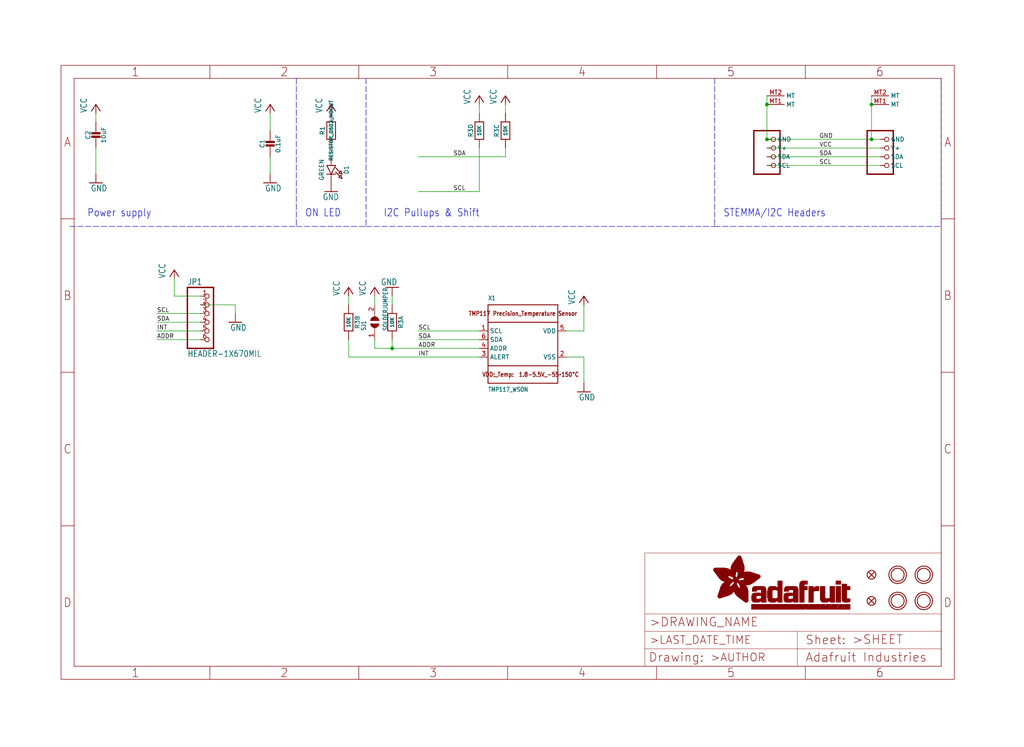
<source format=kicad_sch>
(kicad_sch (version 20211123) (generator eeschema)
  (paper "User" 298.45 217.881)
  (lib_symbols
    (symbol "schematicEagle-eagle-import:CAP_CERAMIC0603_NO"
      (property "Reference" "C" (at -2.29 1.25 90))
      (property "Value" "CAP_CERAMIC0603_NO" (at 2.3 1.25 90))
      (symbol "CAP_CERAMIC0603_NO_1_0"
        (pin passive line (at 0 5.08 270) (length 2.54) (name "1") (number "1"))
        (pin passive line (at 0 -2.54 90) (length 2.54) (name "2") (number "2"))
      )
    )
    (symbol "schematicEagle-eagle-import:CAP_CERAMIC0805-NOOUTLINE"
      (property "Reference" "C" (at -2.29 1.25 90))
      (property "Value" "CAP_CERAMIC0805-NOOUTLINE" (at 2.3 1.25 90))
      (symbol "CAP_CERAMIC0805-NOOUTLINE_1_0"
        (pin passive line (at 0 5.08 270) (length 2.54) (name "1") (number "1"))
        (pin passive line (at 0 -2.54 90) (length 2.54) (name "2") (number "2"))
      )
    )
    (symbol "schematicEagle-eagle-import:FIDUCIAL_1MM")
    (symbol "schematicEagle-eagle-import:FRAME_A4_ADAFRUIT"
      (symbol "FRAME_A4_ADAFRUIT_0_0"
        (text "1" (at 21.6958 1.905 0) (effects (font (size 2.54 2.286))))
        (text "1" (at 21.6958 177.165 0) (effects (font (size 2.54 2.286))))
        (text "2" (at 65.0875 1.905 0) (effects (font (size 2.54 2.286))))
        (text "2" (at 65.0875 177.165 0) (effects (font (size 2.54 2.286))))
        (text "3" (at 108.4792 1.905 0) (effects (font (size 2.54 2.286))))
        (text "3" (at 108.4792 177.165 0) (effects (font (size 2.54 2.286))))
        (text "4" (at 151.8708 1.905 0) (effects (font (size 2.54 2.286))))
        (text "4" (at 151.8708 177.165 0) (effects (font (size 2.54 2.286))))
        (text "5" (at 195.2625 1.905 0) (effects (font (size 2.54 2.286))))
        (text "5" (at 195.2625 177.165 0) (effects (font (size 2.54 2.286))))
        (text "6" (at 238.6542 1.905 0) (effects (font (size 2.54 2.286))))
        (text "6" (at 238.6542 177.165 0) (effects (font (size 2.54 2.286))))
        (text "A" (at 1.905 156.6863 0) (effects (font (size 2.54 2.286))))
        (text "A" (at 258.445 156.6863 0) (effects (font (size 2.54 2.286))))
        (text "B" (at 1.905 111.9188 0) (effects (font (size 2.54 2.286))))
        (text "B" (at 258.445 111.9188 0) (effects (font (size 2.54 2.286))))
        (text "C" (at 1.905 67.1513 0) (effects (font (size 2.54 2.286))))
        (text "C" (at 258.445 67.1513 0) (effects (font (size 2.54 2.286))))
        (text "D" (at 1.905 22.3838 0) (effects (font (size 2.54 2.286))))
        (text "D" (at 258.445 22.3838 0) (effects (font (size 2.54 2.286))))
      )
      (symbol "FRAME_A4_ADAFRUIT_1_0"
        (text ">AUTHOR" (at 189.23 5.08 0) (effects (font (size 2.286 2.286)) (justify left bottom)))
        (text ">DRAWING_NAME" (at 171.45 15.24 0) (effects (font (size 2.54 2.54)) (justify left bottom)))
        (text ">LAST_DATE_TIME" (at 171.45 10.16 0) (effects (font (size 2.286 2.286)) (justify left bottom)))
        (text ">SHEET" (at 230.505 10.16 0) (effects (font (size 2.54 2.54)) (justify left bottom)))
        (text "Adafruit Industries" (at 216.916 4.953 0) (effects (font (size 2.54 2.54)) (justify left bottom)))
        (text "Drawing:" (at 171.196 4.953 0) (effects (font (size 2.54 2.54)) (justify left bottom)))
        (text "Sheet:" (at 216.916 10.033 0) (effects (font (size 2.54 2.54)) (justify left bottom)))
      )
    )
    (symbol "schematicEagle-eagle-import:GND" (power)
      (property "Value" "GND" (at -2.54 -2.54 0))
      (symbol "GND_1_0"
        (pin power_in line (at 0 2.54 270) (length 2.54) (name "GND") (number "1"))
      )
    )
    (symbol "schematicEagle-eagle-import:HEADER-1X670MIL"
      (property "Reference" "JP" (at -6.35 10.795 0))
      (property "Value" "HEADER-1X670MIL" (at -6.35 -10.16 0))
      (symbol "HEADER-1X670MIL_1_0"
        (pin passive inverted (at -2.54 7.62 0) (length 2.54) (name "1") (number "1"))
        (pin passive inverted (at -2.54 5.08 0) (length 2.54) (name "2") (number "2"))
        (pin passive inverted (at -2.54 2.54 0) (length 2.54) (name "3") (number "3"))
        (pin passive inverted (at -2.54 0 0) (length 2.54) (name "4") (number "4"))
        (pin passive inverted (at -2.54 -2.54 0) (length 2.54) (name "5") (number "5"))
        (pin passive inverted (at -2.54 -5.08 0) (length 2.54) (name "6") (number "6"))
      )
    )
    (symbol "schematicEagle-eagle-import:LED0603_NOOUTLINE"
      (property "Reference" "D" (at -1.27 4.445 0))
      (property "Value" "LED0603_NOOUTLINE" (at -1.27 -2.794 0))
      (symbol "LED0603_NOOUTLINE_1_0"
        (pin passive line (at -5.08 0 0) (length 2.54) (name "A") (number "A"))
        (pin passive line (at 2.54 0 180) (length 2.54) (name "C") (number "C"))
      )
    )
    (symbol "schematicEagle-eagle-import:MOUNTINGHOLE2.5")
    (symbol "schematicEagle-eagle-import:RESISTOR_0603_NOOUT"
      (property "Reference" "R" (at 0 2.54 0))
      (property "Value" "RESISTOR_0603_NOOUT" (at 0 0 0))
      (symbol "RESISTOR_0603_NOOUT_1_0"
        (pin passive line (at -5.08 0 0) (length 2.54) (name "1") (number "1"))
        (pin passive line (at 5.08 0 180) (length 2.54) (name "2") (number "2"))
      )
    )
    (symbol "schematicEagle-eagle-import:RESISTOR_4PACK"
      (property "Reference" "R" (at 0 2.54 0))
      (property "Value" "RESISTOR_4PACK" (at 0 0 0))
      (symbol "RESISTOR_4PACK_1_0"
        (pin passive line (at -5.08 0 0) (length 2.54) (name "1") (number "1"))
        (pin passive line (at 5.08 0 180) (length 2.54) (name "2") (number "8"))
      )
      (symbol "RESISTOR_4PACK_2_0"
        (pin passive line (at -5.08 0 0) (length 2.54) (name "1") (number "2"))
        (pin passive line (at 5.08 0 180) (length 2.54) (name "2") (number "7"))
      )
      (symbol "RESISTOR_4PACK_3_0"
        (pin passive line (at -5.08 0 0) (length 2.54) (name "1") (number "3"))
        (pin passive line (at 5.08 0 180) (length 2.54) (name "2") (number "6"))
      )
      (symbol "RESISTOR_4PACK_4_0"
        (pin passive line (at -5.08 0 0) (length 2.54) (name "1") (number "4"))
        (pin passive line (at 5.08 0 180) (length 2.54) (name "2") (number "5"))
      )
    )
    (symbol "schematicEagle-eagle-import:SOLDERJUMPER"
      (property "Reference" "SJ" (at -2.54 2.54 0))
      (property "Value" "SOLDERJUMPER" (at -2.54 -3.81 0))
      (symbol "SOLDERJUMPER_1_0"
        (pin passive line (at -5.08 0 0) (length 2.54) (name "1") (number "1"))
        (pin passive line (at 5.08 0 180) (length 2.54) (name "2") (number "2"))
      )
    )
    (symbol "schematicEagle-eagle-import:STEMMA_I2C_QT"
      (symbol "STEMMA_I2C_QT_1_0"
        (pin passive inverted (at 0 5.08 0) (length 2.54) (name "GND") (number "1"))
        (pin passive inverted (at 0 2.54 0) (length 2.54) (name "V+") (number "2"))
        (pin passive inverted (at 0 0 0) (length 2.54) (name "SDA") (number "3"))
        (pin passive inverted (at 0 -2.54 0) (length 2.54) (name "SCL") (number "4"))
      )
      (symbol "STEMMA_I2C_QT_2_0"
        (pin bidirectional line (at 0 0 0) (length 5.08) (name "MT") (number "MT1"))
      )
      (symbol "STEMMA_I2C_QT_3_0"
        (pin bidirectional line (at 0 0 0) (length 5.08) (name "MT") (number "MT2"))
      )
    )
    (symbol "schematicEagle-eagle-import:TMP117_WSON"
      (property "Reference" "X" (at -10.16 11.43 0))
      (property "Value" "TMP117_WSON" (at -10.16 -15.24 0))
      (symbol "TMP117_WSON_1_0"
        (text "1.8-5.5V_-55~150°C" (at -1.27 -10.16 0) (effects (font (size 1.27 1.0795) (thickness 0.2159) bold) (justify left)))
        (text "TMP117 Precision_Temperature Sensor" (at 0 7.62 0) (effects (font (size 1.27 1.0795) (thickness 0.2159) bold)))
        (text "VDD:_Temp:" (at -2.54 -10.16 0) (effects (font (size 1.27 1.0795) (thickness 0.2159) bold) (justify right)))
        (pin bidirectional line (at -12.7 2.54 0) (length 2.54) (name "SCL") (number "1"))
        (pin power_in line (at 12.7 -5.08 180) (length 2.54) (name "VSS") (number "2"))
        (pin output line (at -12.7 -5.08 0) (length 2.54) (name "ALERT") (number "3"))
        (pin input line (at -12.7 -2.54 0) (length 2.54) (name "ADDR") (number "4"))
        (pin power_in line (at 12.7 2.54 180) (length 2.54) (name "VDD") (number "5"))
        (pin bidirectional line (at -12.7 0 0) (length 2.54) (name "SDA") (number "6"))
      )
    )
    (symbol "schematicEagle-eagle-import:VCC" (power)
      (property "Value" "VCC" (at -2.54 -2.54 90))
      (symbol "VCC_1_0"
        (pin power_in line (at 0 -2.54 90) (length 2.54) (name "VCC") (number "1"))
      )
    )
  )
  (junction (at 254 30.48))
  (junction (at 254 40.64))
  (junction (at 223.52 40.64))
  (junction (at 114.3 101.6))
  (junction (at 223.52 30.48))
  (wire (pts (xy 109.22 101.6) (xy 109.22 99.06)))
  (polyline (pts (xy 106.68 66.04) (xy 208.28 66.04)))
  (polyline (pts (xy 86.36 22.86) (xy 86.36 66.04)))
  (polyline (pts (xy 106.68 22.86) (xy 106.68 66.04)))
  (wire (pts (xy 139.7 104.14) (xy 101.6 104.14)))
  (wire (pts (xy 139.7 43.18) (xy 139.7 55.88)))
  (wire (pts (xy 78.74 45.72) (xy 78.74 50.8)))
  (wire (pts (xy 101.6 86.36) (xy 101.6 88.9)))
  (wire (pts (xy 254 30.48) (xy 254 40.64)))
  (wire (pts (xy 256.54 45.72) (xy 223.52 45.72)))
  (wire (pts (xy 114.3 101.6) (xy 114.3 99.06)))
  (wire (pts (xy 121.92 99.06) (xy 139.7 99.06)))
  (wire (pts (xy 27.94 33.02) (xy 27.94 35.56)))
  (polyline (pts (xy 86.36 66.04) (xy 106.68 66.04)))
  (wire (pts (xy 58.42 99.06) (xy 45.72 99.06)))
  (wire (pts (xy 58.42 93.98) (xy 45.72 93.98)))
  (wire (pts (xy 68.58 88.9) (xy 68.58 91.44)))
  (wire (pts (xy 101.6 104.14) (xy 101.6 99.06)))
  (wire (pts (xy 223.52 43.18) (xy 256.54 43.18)))
  (wire (pts (xy 58.42 88.9) (xy 68.58 88.9)))
  (wire (pts (xy 114.3 101.6) (xy 109.22 101.6)))
  (wire (pts (xy 139.7 96.52) (xy 121.92 96.52)))
  (wire (pts (xy 96.52 45.72) (xy 96.52 43.18)))
  (wire (pts (xy 147.32 33.02) (xy 147.32 30.48)))
  (wire (pts (xy 147.32 45.72) (xy 121.92 45.72)))
  (wire (pts (xy 165.1 96.52) (xy 170.18 96.52)))
  (wire (pts (xy 50.8 86.36) (xy 50.8 81.28)))
  (wire (pts (xy 139.7 101.6) (xy 114.3 101.6)))
  (wire (pts (xy 58.42 86.36) (xy 50.8 86.36)))
  (polyline (pts (xy 20.32 66.04) (xy 86.36 66.04)))
  (wire (pts (xy 139.7 30.48) (xy 139.7 33.02)))
  (wire (pts (xy 254 27.94) (xy 254 30.48)))
  (wire (pts (xy 27.94 50.8) (xy 27.94 43.18)))
  (wire (pts (xy 223.52 48.26) (xy 256.54 48.26)))
  (wire (pts (xy 223.52 27.94) (xy 223.52 30.48)))
  (wire (pts (xy 170.18 96.52) (xy 170.18 88.9)))
  (wire (pts (xy 223.52 30.48) (xy 223.52 40.64)))
  (wire (pts (xy 147.32 43.18) (xy 147.32 45.72)))
  (wire (pts (xy 170.18 104.14) (xy 170.18 111.76)))
  (polyline (pts (xy 208.28 22.86) (xy 208.28 66.04)))
  (wire (pts (xy 78.74 33.02) (xy 78.74 38.1)))
  (wire (pts (xy 165.1 104.14) (xy 170.18 104.14)))
  (wire (pts (xy 254 40.64) (xy 223.52 40.64)))
  (wire (pts (xy 109.22 88.9) (xy 109.22 86.36)))
  (polyline (pts (xy 208.28 66.04) (xy 274.32 66.04)))
  (wire (pts (xy 139.7 55.88) (xy 121.92 55.88)))
  (wire (pts (xy 58.42 91.44) (xy 45.72 91.44)))
  (wire (pts (xy 114.3 86.36) (xy 114.3 88.9)))
  (wire (pts (xy 58.42 96.52) (xy 45.72 96.52)))
  (wire (pts (xy 256.54 40.64) (xy 254 40.64)))
  (polyline (pts (xy 274.32 22.86) (xy 274.32 66.04)))
  (text "Power supply" (at 25.4 63.5 180) (effects (font (size 2.1844 1.8567)) (justify left bottom)))
  (text "ON LED" (at 88.9 63.5 180) (effects (font (size 2.1844 1.8567)) (justify left bottom)))
  (text "STEMMA/I2C Headers" (at 210.82 63.5 180) (effects (font (size 2.1844 1.8567)) (justify left bottom)))
  (text "I2C Pullups & Shift" (at 111.76 63.5 180) (effects (font (size 2.1844 1.8567)) (justify left bottom)))
  (label "SCL" (at 121.92 96.52 0) (effects (font (size 1.2446 1.2446))))
  (label "SDA" (at 132.08 45.72 0) (effects (font (size 1.2446 1.2446))))
  (label "ADDR" (at 121.92 101.6 0) (effects (font (size 1.2446 1.2446))))
  (label "ADDR" (at 45.72 99.06 0) (effects (font (size 1.2446 1.2446))))
  (label "VCC" (at 238.76 43.18 0) (effects (font (size 1.2446 1.2446))))
  (label "INT" (at 45.72 96.52 0) (effects (font (size 1.2446 1.2446))))
  (label "GND" (at 238.76 40.64 0) (effects (font (size 1.2446 1.2446))))
  (label "SCL" (at 238.76 48.26 0) (effects (font (size 1.2446 1.2446))))
  (label "SCL" (at 132.08 55.88 0) (effects (font (size 1.2446 1.2446))))
  (label "INT" (at 121.92 104.14 0) (effects (font (size 1.2446 1.2446))))
  (label "SDA" (at 121.92 99.06 0) (effects (font (size 1.2446 1.2446))))
  (label "SCL" (at 45.72 91.44 0) (effects (font (size 1.2446 1.2446))))
  (label "SDA" (at 45.72 93.98 0) (effects (font (size 1.2446 1.2446))))
  (label "SDA" (at 238.76 45.72 0) (effects (font (size 1.2446 1.2446))))
  (symbol (lib_id "schematicEagle-eagle-import:STEMMA_I2C_QT") (at 223.52 45.72 0) (unit 1)
    (property "Reference" "CONN3" (effects hide))
    (property "Value" "STEMMA_I2C_QT" (effects hide))
    (property "Footprint" "schematicEagle:JST_SH4" (effects hide))
  )
  (symbol (lib_id "schematicEagle-eagle-import:MOUNTINGHOLE2.5") (at 261.62 167.64 0) (unit 1)
    (property "Reference" "U$17" (effects hide))
    (property "Value" "MOUNTINGHOLE2.5" (effects hide))
    (property "Footprint" "schematicEagle:MOUNTINGHOLE_2.5_PLATED" (effects hide))
  )
  (symbol (lib_id "schematicEagle-eagle-import:STEMMA_I2C_QT") (at 223.52 27.94 0) (unit 3)
    (property "Reference" "CONN3" (effects hide))
    (property "Value" "STEMMA_I2C_QT" (effects hide))
    (property "Footprint" "schematicEagle:JST_SH4" (effects hide))
  )
  (symbol (lib_id "schematicEagle-eagle-import:SOLDERJUMPER") (at 109.22 93.98 90) (unit 1)
    (property "Reference" "SJ1" (at 106.68 96.52 0) (effects (font (size 1.27 1.0795)) (justify left bottom)))
    (property "Value" "SOLDERJUMPER" (at 113.03 96.52 0) (effects (font (size 1.27 1.0795)) (justify left bottom)))
    (property "Footprint" "schematicEagle:SOLDERJUMPER_ARROW_NOPASTE" (effects hide))
  )
  (symbol (lib_id "schematicEagle-eagle-import:STEMMA_I2C_QT") (at 223.52 30.48 0) (unit 2)
    (property "Reference" "CONN3" (effects hide))
    (property "Value" "STEMMA_I2C_QT" (effects hide))
    (property "Footprint" "schematicEagle:JST_SH4" (effects hide))
  )
  (symbol (lib_id "schematicEagle-eagle-import:RESISTOR_0603_NOOUT") (at 96.52 38.1 90) (unit 1)
    (property "Reference" "R1" (at 93.98 38.1 0))
    (property "Value" "RESISTOR_0603_NOOUT" (at 96.52 38.1 0) (effects (font (size 1.016 1.016) bold)))
    (property "Footprint" "schematicEagle:0603-NO" (effects hide))
  )
  (symbol (lib_id "schematicEagle-eagle-import:VCC") (at 96.52 30.48 0) (unit 1)
    (property "Reference" "#P+6" (effects hide))
    (property "Value" "VCC" (at 93.98 33.02 90) (effects (font (size 1.778 1.5113)) (justify left bottom)))
    (property "Footprint" "schematicEagle:" (effects hide))
  )
  (symbol (lib_id "schematicEagle-eagle-import:FIDUCIAL_1MM") (at 254 175.26 0) (unit 1)
    (property "Reference" "FID3" (effects hide))
    (property "Value" "FIDUCIAL_1MM" (effects hide))
    (property "Footprint" "schematicEagle:FIDUCIAL_1MM" (effects hide))
  )
  (symbol (lib_id "schematicEagle-eagle-import:STEMMA_I2C_QT") (at 256.54 45.72 0) (unit 1)
    (property "Reference" "CONN4" (effects hide))
    (property "Value" "STEMMA_I2C_QT" (effects hide))
    (property "Footprint" "schematicEagle:JST_SH4" (effects hide))
  )
  (symbol (lib_id "schematicEagle-eagle-import:GND") (at 68.58 93.98 0) (unit 1)
    (property "Reference" "#U$10" (effects hide))
    (property "Value" "GND" (at 67.056 96.52 0) (effects (font (size 1.778 1.5113)) (justify left bottom)))
    (property "Footprint" "schematicEagle:" (effects hide))
  )
  (symbol (lib_id "schematicEagle-eagle-import:GND") (at 27.94 53.34 0) (unit 1)
    (property "Reference" "#U$13" (effects hide))
    (property "Value" "GND" (at 26.416 55.88 0) (effects (font (size 1.778 1.5113)) (justify left bottom)))
    (property "Footprint" "schematicEagle:" (effects hide))
  )
  (symbol (lib_id "schematicEagle-eagle-import:VCC") (at 147.32 27.94 0) (unit 1)
    (property "Reference" "#P+2" (effects hide))
    (property "Value" "VCC" (at 144.78 30.48 90) (effects (font (size 1.778 1.5113)) (justify left bottom)))
    (property "Footprint" "schematicEagle:" (effects hide))
  )
  (symbol (lib_id "schematicEagle-eagle-import:MOUNTINGHOLE2.5") (at 269.24 175.26 0) (unit 1)
    (property "Reference" "U$21" (effects hide))
    (property "Value" "MOUNTINGHOLE2.5" (effects hide))
    (property "Footprint" "schematicEagle:MOUNTINGHOLE_2.5_PLATED" (effects hide))
  )
  (symbol (lib_id "schematicEagle-eagle-import:VCC") (at 101.6 83.82 0) (unit 1)
    (property "Reference" "#P+8" (effects hide))
    (property "Value" "VCC" (at 99.06 86.36 90) (effects (font (size 1.778 1.5113)) (justify left bottom)))
    (property "Footprint" "schematicEagle:" (effects hide))
  )
  (symbol (lib_id "schematicEagle-eagle-import:CAP_CERAMIC0805-NOOUTLINE") (at 27.94 40.64 0) (unit 1)
    (property "Reference" "C2" (at 25.65 39.39 90))
    (property "Value" "10uF" (at 30.24 39.39 90))
    (property "Footprint" "schematicEagle:0805-NO" (effects hide))
  )
  (symbol (lib_id "schematicEagle-eagle-import:RESISTOR_4PACK") (at 101.6 93.98 270) (unit 2)
    (property "Reference" "R3" (at 104.14 93.98 0))
    (property "Value" "10K" (at 101.6 93.98 0) (effects (font (size 1.016 1.016) bold)))
    (property "Footprint" "schematicEagle:RESPACK_4X0603" (effects hide))
  )
  (symbol (lib_id "schematicEagle-eagle-import:TMP117_WSON") (at 152.4 99.06 0) (unit 1)
    (property "Reference" "X1" (at 142.24 87.63 0) (effects (font (size 1.27 1.0795)) (justify left bottom)))
    (property "Value" "TMP117_WSON" (at 142.24 114.3 0) (effects (font (size 1.27 1.0795)) (justify left bottom)))
    (property "Footprint" "schematicEagle:WSON-6" (effects hide))
  )
  (symbol (lib_id "schematicEagle-eagle-import:LED0603_NOOUTLINE") (at 96.52 50.8 270) (unit 1)
    (property "Reference" "D1" (at 100.965 49.53 0))
    (property "Value" "GREEN" (at 93.726 49.53 0))
    (property "Footprint" "schematicEagle:CHIPLED_0603_NOOUTLINE" (effects hide))
  )
  (symbol (lib_id "schematicEagle-eagle-import:GND") (at 170.18 114.3 0) (unit 1)
    (property "Reference" "#U$2" (effects hide))
    (property "Value" "GND" (at 168.656 116.84 0) (effects (font (size 1.778 1.5113)) (justify left bottom)))
    (property "Footprint" "schematicEagle:" (effects hide))
  )
  (symbol (lib_id "schematicEagle-eagle-import:GND") (at 96.52 55.88 0) (unit 1)
    (property "Reference" "#GND6" (effects hide))
    (property "Value" "GND" (at 93.98 58.42 0) (effects (font (size 1.778 1.5113)) (justify left bottom)))
    (property "Footprint" "schematicEagle:" (effects hide))
  )
  (symbol (lib_id "schematicEagle-eagle-import:RESISTOR_4PACK") (at 147.32 38.1 90) (unit 3)
    (property "Reference" "R3" (at 144.78 38.1 0))
    (property "Value" "10K" (at 147.32 38.1 0) (effects (font (size 1.016 1.016) bold)))
    (property "Footprint" "schematicEagle:RESPACK_4X0603" (effects hide))
  )
  (symbol (lib_id "schematicEagle-eagle-import:CAP_CERAMIC0603_NO") (at 78.74 43.18 0) (unit 1)
    (property "Reference" "C1" (at 76.45 41.93 90))
    (property "Value" "0.1uF" (at 81.04 41.93 90))
    (property "Footprint" "schematicEagle:0603-NO" (effects hide))
  )
  (symbol (lib_id "schematicEagle-eagle-import:VCC") (at 139.7 27.94 0) (unit 1)
    (property "Reference" "#P+1" (effects hide))
    (property "Value" "VCC" (at 137.16 30.48 90) (effects (font (size 1.778 1.5113)) (justify left bottom)))
    (property "Footprint" "schematicEagle:" (effects hide))
  )
  (symbol (lib_id "schematicEagle-eagle-import:HEADER-1X670MIL") (at 60.96 93.98 0) (unit 1)
    (property "Reference" "JP1" (at 54.61 83.185 0) (effects (font (size 1.778 1.5113)) (justify left bottom)))
    (property "Value" "HEADER-1X670MIL" (at 54.61 104.14 0) (effects (font (size 1.778 1.5113)) (justify left bottom)))
    (property "Footprint" "schematicEagle:1X06_ROUND_70" (effects hide))
  )
  (symbol (lib_id "schematicEagle-eagle-import:GND") (at 114.3 83.82 180) (unit 1)
    (property "Reference" "#U$3" (effects hide))
    (property "Value" "GND" (at 115.824 81.28 0) (effects (font (size 1.778 1.5113)) (justify left bottom)))
    (property "Footprint" "schematicEagle:" (effects hide))
  )
  (symbol (lib_id "schematicEagle-eagle-import:FRAME_A4_ADAFRUIT") (at 17.78 198.12 0) (unit 1)
    (property "Reference" "#U$18" (effects hide))
    (property "Value" "FRAME_A4_ADAFRUIT" (effects hide))
    (property "Footprint" "schematicEagle:" (effects hide))
  )
  (symbol (lib_id "schematicEagle-eagle-import:VCC") (at 109.22 83.82 0) (unit 1)
    (property "Reference" "#P+9" (effects hide))
    (property "Value" "VCC" (at 106.68 86.36 90) (effects (font (size 1.778 1.5113)) (justify left bottom)))
    (property "Footprint" "schematicEagle:" (effects hide))
  )
  (symbol (lib_id "schematicEagle-eagle-import:VCC") (at 170.18 86.36 0) (unit 1)
    (property "Reference" "#P+7" (effects hide))
    (property "Value" "VCC" (at 167.64 88.9 90) (effects (font (size 1.778 1.5113)) (justify left bottom)))
    (property "Footprint" "schematicEagle:" (effects hide))
  )
  (symbol (lib_id "schematicEagle-eagle-import:RESISTOR_4PACK") (at 139.7 38.1 90) (unit 4)
    (property "Reference" "R3" (at 137.16 38.1 0))
    (property "Value" "10K" (at 139.7 38.1 0) (effects (font (size 1.016 1.016) bold)))
    (property "Footprint" "schematicEagle:RESPACK_4X0603" (effects hide))
  )
  (symbol (lib_id "schematicEagle-eagle-import:STEMMA_I2C_QT") (at 254 27.94 0) (unit 3)
    (property "Reference" "CONN4" (effects hide))
    (property "Value" "STEMMA_I2C_QT" (effects hide))
    (property "Footprint" "schematicEagle:JST_SH4" (effects hide))
  )
  (symbol (lib_id "schematicEagle-eagle-import:GND") (at 78.74 53.34 0) (unit 1)
    (property "Reference" "#U$6" (effects hide))
    (property "Value" "GND" (at 77.216 55.88 0) (effects (font (size 1.778 1.5113)) (justify left bottom)))
    (property "Footprint" "schematicEagle:" (effects hide))
  )
  (symbol (lib_id "schematicEagle-eagle-import:VCC") (at 27.94 30.48 0) (unit 1)
    (property "Reference" "#P+3" (effects hide))
    (property "Value" "VCC" (at 25.4 33.02 90) (effects (font (size 1.778 1.5113)) (justify left bottom)))
    (property "Footprint" "schematicEagle:" (effects hide))
  )
  (symbol (lib_id "schematicEagle-eagle-import:RESISTOR_4PACK") (at 114.3 93.98 270) (unit 1)
    (property "Reference" "R3" (at 116.84 93.98 0))
    (property "Value" "10K" (at 114.3 93.98 0) (effects (font (size 1.016 1.016) bold)))
    (property "Footprint" "schematicEagle:RESPACK_4X0603" (effects hide))
  )
  (symbol (lib_id "schematicEagle-eagle-import:VCC") (at 78.74 30.48 0) (unit 1)
    (property "Reference" "#P+5" (effects hide))
    (property "Value" "VCC" (at 76.2 33.02 90) (effects (font (size 1.778 1.5113)) (justify left bottom)))
    (property "Footprint" "schematicEagle:" (effects hide))
  )
  (symbol (lib_id "schematicEagle-eagle-import:VCC") (at 50.8 78.74 0) (unit 1)
    (property "Reference" "#P+4" (effects hide))
    (property "Value" "VCC" (at 48.26 81.28 90) (effects (font (size 1.778 1.5113)) (justify left bottom)))
    (property "Footprint" "schematicEagle:" (effects hide))
  )
  (symbol (lib_id "schematicEagle-eagle-import:FIDUCIAL_1MM") (at 254 167.64 0) (unit 1)
    (property "Reference" "FID4" (effects hide))
    (property "Value" "FIDUCIAL_1MM" (effects hide))
    (property "Footprint" "schematicEagle:FIDUCIAL_1MM" (effects hide))
  )
  (symbol (lib_id "schematicEagle-eagle-import:MOUNTINGHOLE2.5") (at 269.24 167.64 0) (unit 1)
    (property "Reference" "U$19" (effects hide))
    (property "Value" "MOUNTINGHOLE2.5" (effects hide))
    (property "Footprint" "schematicEagle:MOUNTINGHOLE_2.5_PLATED" (effects hide))
  )
  (symbol (lib_id "schematicEagle-eagle-import:MOUNTINGHOLE2.5") (at 261.62 175.26 0) (unit 1)
    (property "Reference" "U$1" (effects hide))
    (property "Value" "MOUNTINGHOLE2.5" (effects hide))
    (property "Footprint" "schematicEagle:MOUNTINGHOLE_2.5_PLATED" (effects hide))
  )
  (symbol (lib_id "schematicEagle-eagle-import:STEMMA_I2C_QT") (at 254 30.48 0) (unit 2)
    (property "Reference" "CONN4" (effects hide))
    (property "Value" "STEMMA_I2C_QT" (effects hide))
    (property "Footprint" "schematicEagle:JST_SH4" (effects hide))
  )
)
</source>
